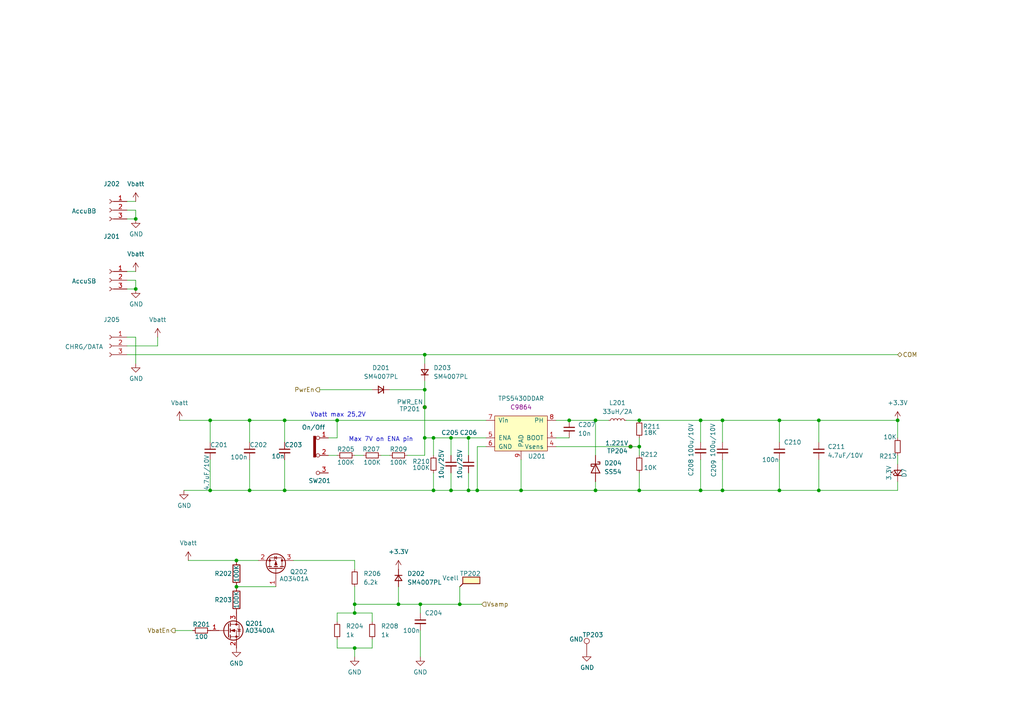
<source format=kicad_sch>
(kicad_sch (version 20241209) (generator "eeschema") (generator_version "9.0")
  (paper "A4")
  (lib_symbols
    (symbol "+3.3V_1" (power) (pin_numbers (hide yes)) (pin_names (offset 0) (hide yes))
      (property "Value" "+3.3V" (at 0 3.556 0))
      (symbol "+3.3V_1_0_1"
        (polyline (pts (xy -0.762 1.27) (xy 0 2.54)))
        (polyline (pts (xy 0 2.54) (xy 0.762 1.27)))
        (polyline (pts (xy 0 0) (xy 0 2.54)))
      )
      (symbol "+3.3V_1_1_1"
        (pin power_in line (at 0 0 90) (length 0) (name "~") (number "1"))
      )
    )
    (symbol "Connector:Conn_01x03_Socket" (pin_names (offset 1.016) (hide yes))
      (property "Reference" "J" (at 0 5.08 0))
      (property "Value" "Conn_01x03_Socket" (at 0 -5.08 0))
      (symbol "Conn_01x03_Socket_1_1"
        (polyline (pts (xy -1.27 2.54) (xy -0.508 2.54)) (stroke (width 0.1524)))
        (polyline (pts (xy -1.27 0) (xy -0.508 0)) (stroke (width 0.1524)))
        (polyline (pts (xy -1.27 -2.54) (xy -0.508 -2.54)) (stroke (width 0.1524)))
        (arc (start 0 2.032) (mid -0.5058 2.54) (end 0 3.048) (stroke (width 0.1524)))
        (arc (start 0 -0.508) (mid -0.5058 0) (end 0 0.508) (stroke (width 0.1524)))
        (arc (start 0 -3.048) (mid -0.5058 -2.54) (end 0 -2.032) (stroke (width 0.1524)))
        (pin passive line (at -5.08 2.54 0) (length 3.81) (name "Pin_1") (number "1"))
        (pin passive line (at -5.08 0 0) (length 3.81) (name "Pin_2") (number "2"))
        (pin passive line (at -5.08 -2.54 0) (length 3.81) (name "Pin_3") (number "3"))
      )
    )
    (symbol "Connector:TestPoint" (pin_numbers (hide yes)) (pin_names (offset 0.762) (hide yes))
      (property "Reference" "TP" (at 0 6.858 0))
      (property "Value" "TestPoint" (at 0 5.08 0))
      (symbol "TestPoint_0_1"
        (circle (center 0 3.302) (radius 0.762))
      )
      (symbol "TestPoint_1_1"
        (pin passive line (at 0 0 90) (length 2.54) (name "1") (number "1"))
      )
    )
    (symbol "Connector:TestPoint_Flag" (pin_numbers (hide yes)) (pin_names (offset 0.762) (hide yes))
      (property "Reference" "TP" (at 3.429 1.778 0))
      (property "Value" "TestPoint_Flag" (at 3.302 4.191 0))
      (symbol "TestPoint_Flag_0_1"
        (polyline (pts (xy 0 0) (xy 0.889 0.889)) (stroke (width 0.254)))
        (rectangle (start 0.889 2.794) (end 5.842 0.889) (stroke (width 0.254)) (fill (type background)))
      )
      (symbol "TestPoint_Flag_1_1"
        (pin passive line (at 0 0 90) (length 0) (name "1") (number "1"))
      )
    )
    (symbol "Connector:TestPoint_Small" (pin_numbers (hide yes)) (pin_names (offset 0.762) (hide yes))
      (property "Reference" "TP" (at 0 3.81 0))
      (property "Value" "TestPoint_Small" (at 0 2.032 0))
      (symbol "TestPoint_Small_0_1"
        (circle (center 0 0) (radius 0.508))
      )
      (symbol "TestPoint_Small_1_1"
        (pin passive line (at 0 0 90) (length 0) (name "1") (number "1"))
      )
    )
    (symbol "Device:C_Small" (pin_numbers (hide yes)) (pin_names (offset 0.254) (hide yes))
      (property "Reference" "C" (at 0.254 1.778 0))
      (property "Value" "C_Small" (at 0.254 -2.032 0))
      (symbol "C_Small_0_1"
        (polyline (pts (xy -1.524 0.508) (xy 1.524 0.508)) (stroke (width 0.3048)))
        (polyline (pts (xy -1.524 -0.508) (xy 1.524 -0.508)) (stroke (width 0.3302)))
      )
      (symbol "C_Small_1_1"
        (pin passive line (at 0 2.54 270) (length 2.032) (name "~") (number "1"))
        (pin passive line (at 0 -2.54 90) (length 2.032) (name "~") (number "2"))
      )
    )
    (symbol "Device:D_Schottky" (pin_numbers (hide yes)) (pin_names (offset 1.016) (hide yes))
      (property "Reference" "D" (at 0 2.54 0))
      (property "Value" "D_Schottky" (at 0 -2.54 0))
      (symbol "D_Schottky_0_1"
        (polyline (pts (xy -1.905 0.635) (xy -1.905 1.27) (xy -1.27 1.27) (xy -1.27 -1.27) (xy -0.635 -1.27) (xy -0.635 -0.635)) (stroke (width 0.254)))
        (polyline (pts (xy 1.27 1.27) (xy 1.27 -1.27) (xy -1.27 0) (xy 1.27 1.27)) (stroke (width 0.254)))
        (polyline (pts (xy 1.27 0) (xy -1.27 0)))
      )
      (symbol "D_Schottky_1_1"
        (pin passive line (at -3.81 0 0) (length 2.54) (name "K") (number "1"))
        (pin passive line (at 3.81 0 180) (length 2.54) (name "A") (number "2"))
      )
    )
    (symbol "Device:D_Small" (pin_numbers (hide yes)) (pin_names (offset 0.254) (hide yes))
      (property "Reference" "D" (at -1.27 2.032 0))
      (property "Value" "D_Small" (at -3.81 -2.032 0))
      (symbol "D_Small_0_1"
        (polyline (pts (xy -0.762 0) (xy 0.762 0)))
        (polyline (pts (xy -0.762 -1.016) (xy -0.762 1.016)) (stroke (width 0.254)))
        (polyline (pts (xy 0.762 -1.016) (xy -0.762 0) (xy 0.762 1.016) (xy 0.762 -1.016)) (stroke (width 0.254)))
      )
      (symbol "D_Small_1_1"
        (pin passive line (at -2.54 0 0) (length 1.778) (name "K") (number "1"))
        (pin passive line (at 2.54 0 180) (length 1.778) (name "A") (number "2"))
      )
    )
    (symbol "Device:LED_Small" (pin_numbers (hide yes)) (pin_names (offset 0.254) (hide yes))
      (property "Reference" "D" (at -1.27 3.175 0))
      (property "Value" "LED_Small" (at -4.445 -2.54 0))
      (symbol "LED_Small_0_1"
        (polyline (pts (xy -0.762 -1.016) (xy -0.762 1.016)) (stroke (width 0.254)))
        (polyline (pts (xy 0 0.762) (xy -0.508 1.27) (xy -0.254 1.27) (xy -0.508 1.27) (xy -0.508 1.016)))
        (polyline (pts (xy 0.508 1.27) (xy 0 1.778) (xy 0.254 1.778) (xy 0 1.778) (xy 0 1.524)))
        (polyline (pts (xy 0.762 -1.016) (xy -0.762 0) (xy 0.762 1.016) (xy 0.762 -1.016)) (stroke (width 0.254)))
        (polyline (pts (xy 1.016 0) (xy -0.762 0)))
      )
      (symbol "LED_Small_1_1"
        (pin passive line (at -2.54 0 0) (length 1.778) (name "K") (number "1"))
        (pin passive line (at 2.54 0 180) (length 1.778) (name "A") (number "2"))
      )
    )
    (symbol "Device:L_Small" (pin_numbers (hide yes)) (pin_names (offset 0.254) (hide yes))
      (property "Reference" "L" (at 0.762 1.016 0))
      (property "Value" "L_Small" (at 0.762 -1.016 0))
      (symbol "L_Small_0_1"
        (arc (start 0 2.032) (mid 0.5058 1.524) (end 0 1.016))
        (arc (start 0 1.016) (mid 0.5058 0.508) (end 0 0))
        (arc (start 0 0) (mid 0.5058 -0.508) (end 0 -1.016))
        (arc (start 0 -1.016) (mid 0.5058 -1.524) (end 0 -2.032))
      )
      (symbol "L_Small_1_1"
        (pin passive line (at 0 2.54 270) (length 0.508) (name "~") (number "1"))
        (pin passive line (at 0 -2.54 90) (length 0.508) (name "~") (number "2"))
      )
    )
    (symbol "Device:R" (pin_numbers (hide yes)) (pin_names (offset 0))
      (property "Reference" "R" (at 2.032 0 90))
      (property "Value" "R" (at 0 0 90))
      (symbol "R_0_1"
        (rectangle (start -1.016 -2.54) (end 1.016 2.54) (stroke (width 0.254)))
      )
      (symbol "R_1_1"
        (pin passive line (at 0 3.81 270) (length 1.27) (name "~") (number "1"))
        (pin passive line (at 0 -3.81 90) (length 1.27) (name "~") (number "2"))
      )
    )
    (symbol "Device:R_Small" (pin_numbers (hide yes)) (pin_names (offset 0.254) (hide yes))
      (property "Reference" "R" (at 0.762 0.508 0))
      (property "Value" "R_Small" (at 0.762 -1.016 0))
      (symbol "R_Small_0_1"
        (rectangle (start -0.762 1.778) (end 0.762 -1.778) (stroke (width 0.2032)))
      )
      (symbol "R_Small_1_1"
        (pin passive line (at 0 2.54 270) (length 0.762) (name "~") (number "1"))
        (pin passive line (at 0 -2.54 90) (length 0.762) (name "~") (number "2"))
      )
    )
    (symbol "NicE:SW_slide_SP"
      (property "Reference" "SW" (at 1.524 6.858 0))
      (property "Value" "?" (at 2.54 0 0))
      (symbol "SW_slide_SP_0_0"
        (circle (center 0.508 5.08) (radius 0.508))
        (circle (center 0.508 -5.08) (radius 0.508))
      )
      (symbol "SW_slide_SP_0_1"
        (circle (center 0.508 0) (radius 0.508))
      )
      (symbol "SW_slide_SP_1_1"
        (rectangle (start 1.143 5.588) (end 1.778 -0.508) (fill (type outline)))
        (pin passive line (at -2.54 5.08 0) (length 2.54) (name "") (number "1"))
        (pin passive line (at -2.54 0 0) (length 2.54) (name "") (number "2"))
        (pin passive line (at -2.54 -5.08 0) (length 2.54) (name "") (number "3"))
      )
    )
    (symbol "NicE:TPS5430DDAR" (pin_names (offset 1.016))
      (property "Reference" "U" (at -6.35 6.35 0))
      (property "Value" "TPS5430DDAR" (at 0 1.27 0))
      (property "LCSC" "C9864" (at 0 0 0))
      (symbol "TPS5430DDAR_0_1"
        (rectangle (start 7.62 -5.08) (end -7.62 5.08) (fill (type background)))
      )
      (symbol "TPS5430DDAR_1_1"
        (pin power_in line (at -10.16 3.81 0) (length 2.54) (name "Vin") (number "7"))
        (pin input line (at -10.16 -1.27 0) (length 2.54) (name "ENA") (number "5"))
        (pin passive line (at -10.16 -3.81 0) (length 2.54) (name "GND") (number "6"))
        (pin passive line (at 0 -7.62 90) (length 2.54) (name "PAD") (number "9"))
        (pin no_connect line (at 1.27 -7.62 0) (length 2.54) (hide yes) (name "NC") (number "2"))
        (pin no_connect line (at 1.27 -10.16 0) (length 2.54) (hide yes) (name "NC") (number "3"))
        (pin power_out line (at 10.16 3.81 180) (length 2.54) (name "PH") (number "8"))
        (pin input line (at 10.16 -1.27 180) (length 2.54) (name "BOOT") (number "1"))
        (pin input line (at 10.16 -3.81 180) (length 2.54) (name "Vsens") (number "4"))
      )
    )
    (symbol "Transistor_FET:2N7002" (pin_names (hide yes))
      (property "Reference" "Q" (at 5.08 1.905 0))
      (property "Value" "2N7002" (at 5.08 0 0))
      (symbol "2N7002_0_1"
        (polyline (pts (xy 0.254 1.905) (xy 0.254 -1.905)) (stroke (width 0.254)))
        (polyline (pts (xy 0.254 0) (xy -2.54 0)))
        (polyline (pts (xy 0.762 2.286) (xy 0.762 1.27)) (stroke (width 0.254)))
        (polyline (pts (xy 0.762 0.508) (xy 0.762 -0.508)) (stroke (width 0.254)))
        (polyline (pts (xy 0.762 -1.27) (xy 0.762 -2.286)) (stroke (width 0.254)))
        (polyline (pts (xy 0.762 -1.778) (xy 3.302 -1.778) (xy 3.302 1.778) (xy 0.762 1.778)))
        (polyline (pts (xy 1.016 0) (xy 2.032 0.381) (xy 2.032 -0.381) (xy 1.016 0)) (fill (type outline)))
        (circle (center 1.651 0) (radius 2.794) (stroke (width 0.254)))
        (polyline (pts (xy 2.54 2.54) (xy 2.54 1.778)))
        (circle (center 2.54 1.778) (radius 0.254) (fill (type outline)))
        (circle (center 2.54 -1.778) (radius 0.254) (fill (type outline)))
        (polyline (pts (xy 2.54 -2.54) (xy 2.54 0) (xy 0.762 0)))
        (polyline (pts (xy 2.794 0.508) (xy 2.921 0.381) (xy 3.683 0.381) (xy 3.81 0.254)))
        (polyline (pts (xy 3.302 0.381) (xy 2.921 -0.254) (xy 3.683 -0.254) (xy 3.302 0.381)))
      )
      (symbol "2N7002_1_1"
        (pin input line (at -5.08 0 0) (length 2.54) (name "G") (number "1"))
        (pin passive line (at 2.54 5.08 270) (length 2.54) (name "D") (number "3"))
        (pin passive line (at 2.54 -5.08 90) (length 2.54) (name "S") (number "2"))
      )
    )
    (symbol "Transistor_FET:AO3401A" (pin_names (hide yes))
      (property "Reference" "Q" (at 5.08 1.905 0))
      (property "Value" "AO3401A" (at 5.08 0 0))
      (symbol "AO3401A_0_1"
        (polyline (pts (xy 0.254 1.905) (xy 0.254 -1.905)) (stroke (width 0.254)))
        (polyline (pts (xy 0.254 0) (xy -2.54 0)))
        (polyline (pts (xy 0.762 2.286) (xy 0.762 1.27)) (stroke (width 0.254)))
        (polyline (pts (xy 0.762 1.778) (xy 3.302 1.778) (xy 3.302 -1.778) (xy 0.762 -1.778)))
        (polyline (pts (xy 0.762 0.508) (xy 0.762 -0.508)) (stroke (width 0.254)))
        (polyline (pts (xy 0.762 -1.27) (xy 0.762 -2.286)) (stroke (width 0.254)))
        (circle (center 1.651 0) (radius 2.794) (stroke (width 0.254)))
        (polyline (pts (xy 2.286 0) (xy 1.27 0.381) (xy 1.27 -0.381) (xy 2.286 0)) (fill (type outline)))
        (polyline (pts (xy 2.54 2.54) (xy 2.54 1.778)))
        (circle (center 2.54 1.778) (radius 0.254) (fill (type outline)))
        (circle (center 2.54 -1.778) (radius 0.254) (fill (type outline)))
        (polyline (pts (xy 2.54 -2.54) (xy 2.54 0) (xy 0.762 0)))
        (polyline (pts (xy 2.794 -0.508) (xy 2.921 -0.381) (xy 3.683 -0.381) (xy 3.81 -0.254)))
        (polyline (pts (xy 3.302 -0.381) (xy 2.921 0.254) (xy 3.683 0.254) (xy 3.302 -0.381)))
      )
      (symbol "AO3401A_1_1"
        (pin input line (at -5.08 0 0) (length 2.54) (name "G") (number "1"))
        (pin passive line (at 2.54 5.08 270) (length 2.54) (name "D") (number "3"))
        (pin passive line (at 2.54 -5.08 90) (length 2.54) (name "S") (number "2"))
      )
    )
    (symbol "power:+3.3V" (power) (pin_names (offset 0))
      (property "Value" "+3.3V" (at 0 3.556 0))
      (symbol "+3.3V_0_1"
        (polyline (pts (xy -0.762 1.27) (xy 0 2.54)))
        (polyline (pts (xy 0 2.54) (xy 0.762 1.27)))
        (polyline (pts (xy 0 0) (xy 0 2.54)))
      )
      (symbol "+3.3V_1_1"
        (pin power_in line (at 0 0 90) (length 0) (hide yes) (name "+3.3V") (number "1"))
      )
    )
    (symbol "power:GND" (power) (pin_names (offset 0))
      (property "Value" "GND" (at 0 -3.81 0))
      (symbol "GND_0_1"
        (polyline (pts (xy 0 0) (xy 0 -1.27) (xy 1.27 -1.27) (xy 0 -2.54) (xy -1.27 -1.27) (xy 0 -1.27)))
      )
      (symbol "GND_1_1"
        (pin power_in line (at 0 0 270) (length 0) (hide yes) (name "GND") (number "1"))
      )
    )
  )
  (text "Vbatt max 25,2V" (at 98.044 120.396 0) (effects (font (size 1.27 1.27))))
  (text "Max 7V on ENA pin" (at 110.49 127.508 0) (effects (font (size 1.27 1.27))))
  (junction (at 39.37 63.5))
  (junction (at 60.96 121.92))
  (junction (at 138.43 142.24))
  (junction (at 130.81 142.24))
  (junction (at 165.1 121.92))
  (junction (at 130.81 127))
  (junction (at 151.13 142.24))
  (junction (at 125.73 127))
  (junction (at 185.42 142.24))
  (junction (at 172.72 142.24))
  (junction (at 68.58 170.18))
  (junction (at 226.06 121.92))
  (junction (at 135.89 142.24))
  (junction (at 237.49 121.92))
  (junction (at 115.57 175.26))
  (junction (at 172.72 121.92))
  (junction (at 260.35 121.92))
  (junction (at 237.49 142.24))
  (junction (at 125.73 142.24))
  (junction (at 60.96 142.24))
  (junction (at 133.35 175.26))
  (junction (at 82.55 121.92))
  (junction (at 185.42 121.92))
  (junction (at 203.2 121.92))
  (junction (at 209.55 121.92))
  (junction (at 39.37 83.82))
  (junction (at 123.19 113.03))
  (junction (at 68.58 162.56))
  (junction (at 226.06 142.24))
  (junction (at 209.55 142.24))
  (junction (at 72.39 121.92))
  (junction (at 102.87 175.26))
  (junction (at 72.39 142.24))
  (junction (at 135.89 127))
  (junction (at 102.87 177.8))
  (junction (at 121.92 175.26))
  (junction (at 123.19 127))
  (junction (at 102.87 187.96))
  (junction (at 185.42 129.54))
  (junction (at 123.19 102.87))
  (junction (at 203.2 142.24))
  (junction (at 97.79 121.92))
  (junction (at 182.88 129.54))
  (junction (at 123.19 118.11))
  (junction (at 82.55 142.24))
  (wire (pts (xy 165.1 121.92) (xy 161.29 121.92)))
  (wire (pts (xy 115.57 170.18) (xy 115.57 175.26)))
  (wire (pts (xy 209.55 121.92) (xy 209.55 128.27)))
  (wire (pts (xy 54.61 162.56) (xy 68.58 162.56)))
  (wire (pts (xy 135.89 137.16) (xy 135.89 142.24)))
  (wire (pts (xy 123.19 127) (xy 123.19 132.08)))
  (wire (pts (xy 102.87 187.96) (xy 102.87 190.5)))
  (wire (pts (xy 185.42 142.24) (xy 185.42 137.16)))
  (wire (pts (xy 36.83 100.33) (xy 45.72 100.33)))
  (wire (pts (xy 121.92 175.26) (xy 121.92 177.8)))
  (wire (pts (xy 121.92 175.26) (xy 133.35 175.26)))
  (wire (pts (xy 107.95 180.34) (xy 107.95 177.8)))
  (wire (pts (xy 118.11 132.08) (xy 123.19 132.08)))
  (wire (pts (xy 39.37 97.79) (xy 39.37 105.41)))
  (wire (pts (xy 185.42 129.54) (xy 185.42 132.08)))
  (wire (pts (xy 72.39 121.92) (xy 72.39 128.27)))
  (wire (pts (xy 209.55 142.24) (xy 226.06 142.24)))
  (wire (pts (xy 39.37 63.5) (xy 39.37 60.96)))
  (wire (pts (xy 226.06 121.92) (xy 226.06 128.27)))
  (wire (pts (xy 82.55 142.24) (xy 125.73 142.24)))
  (wire (pts (xy 36.83 102.87) (xy 123.19 102.87)))
  (wire (pts (xy 36.83 58.42) (xy 39.37 58.42)))
  (wire (pts (xy 82.55 121.92) (xy 97.79 121.92)))
  (wire (pts (xy 115.57 175.26) (xy 121.92 175.26)))
  (wire (pts (xy 209.55 121.92) (xy 226.06 121.92)))
  (wire (pts (xy 53.34 142.24) (xy 60.96 142.24)))
  (wire (pts (xy 237.49 121.92) (xy 237.49 128.27)))
  (wire (pts (xy 138.43 129.54) (xy 138.43 142.24)))
  (wire (pts (xy 36.83 63.5) (xy 39.37 63.5)))
  (wire (pts (xy 133.35 170.18) (xy 133.35 175.26)))
  (wire (pts (xy 135.89 132.08) (xy 135.89 127)))
  (wire (pts (xy 107.95 177.8) (xy 102.87 177.8)))
  (wire (pts (xy 102.87 162.56) (xy 102.87 165.1)))
  (wire (pts (xy 161.29 129.54) (xy 182.88 129.54)))
  (wire (pts (xy 123.19 110.49) (xy 123.19 113.03)))
  (wire (pts (xy 135.89 142.24) (xy 138.43 142.24)))
  (wire (pts (xy 130.81 127) (xy 130.81 132.08)))
  (wire (pts (xy 60.96 121.92) (xy 60.96 128.27)))
  (wire (pts (xy 172.72 142.24) (xy 185.42 142.24)))
  (wire (pts (xy 50.8 182.88) (xy 55.88 182.88)))
  (wire (pts (xy 102.87 175.26) (xy 115.57 175.26)))
  (wire (pts (xy 209.55 133.35) (xy 209.55 142.24)))
  (wire (pts (xy 260.35 121.92) (xy 260.35 127)))
  (wire (pts (xy 260.35 139.7) (xy 260.35 142.24)))
  (wire (pts (xy 82.55 121.92) (xy 82.55 128.27)))
  (wire (pts (xy 130.81 142.24) (xy 135.89 142.24)))
  (wire (pts (xy 102.87 132.08) (xy 105.41 132.08)))
  (wire (pts (xy 39.37 81.28) (xy 36.83 81.28)))
  (wire (pts (xy 72.39 142.24) (xy 82.55 142.24)))
  (wire (pts (xy 151.13 142.24) (xy 172.72 142.24)))
  (wire (pts (xy 68.58 170.18) (xy 80.01 170.18)))
  (wire (pts (xy 140.97 129.54) (xy 138.43 129.54)))
  (wire (pts (xy 36.83 83.82) (xy 39.37 83.82)))
  (wire (pts (xy 181.61 121.92) (xy 185.42 121.92)))
  (wire (pts (xy 102.87 175.26) (xy 102.87 177.8)))
  (wire (pts (xy 102.87 177.8) (xy 97.79 177.8)))
  (wire (pts (xy 260.35 142.24) (xy 237.49 142.24)))
  (wire (pts (xy 72.39 133.35) (xy 72.39 142.24)))
  (wire (pts (xy 102.87 170.18) (xy 102.87 175.26)))
  (wire (pts (xy 123.19 102.87) (xy 260.35 102.87)))
  (wire (pts (xy 39.37 83.82) (xy 39.37 81.28)))
  (wire (pts (xy 95.25 127) (xy 97.79 127)))
  (wire (pts (xy 110.49 132.08) (xy 113.03 132.08)))
  (wire (pts (xy 185.42 127) (xy 185.42 129.54)))
  (wire (pts (xy 102.87 187.96) (xy 107.95 187.96)))
  (wire (pts (xy 72.39 121.92) (xy 82.55 121.92)))
  (wire (pts (xy 97.79 185.42) (xy 97.79 187.96)))
  (wire (pts (xy 123.19 102.87) (xy 123.19 105.41)))
  (wire (pts (xy 130.81 137.16) (xy 130.81 142.24)))
  (wire (pts (xy 52.07 121.92) (xy 60.96 121.92)))
  (wire (pts (xy 123.19 118.11) (xy 123.19 127)))
  (wire (pts (xy 125.73 142.24) (xy 130.81 142.24)))
  (wire (pts (xy 260.35 132.08) (xy 260.35 134.62)))
  (wire (pts (xy 121.92 182.88) (xy 121.92 190.5)))
  (wire (pts (xy 113.03 113.03) (xy 123.19 113.03)))
  (wire (pts (xy 130.81 127) (xy 135.89 127)))
  (wire (pts (xy 60.96 142.24) (xy 72.39 142.24)))
  (wire (pts (xy 97.79 177.8) (xy 97.79 180.34)))
  (wire (pts (xy 85.09 162.56) (xy 102.87 162.56)))
  (wire (pts (xy 92.71 113.03) (xy 107.95 113.03)))
  (wire (pts (xy 125.73 137.16) (xy 125.73 142.24)))
  (wire (pts (xy 45.72 100.33) (xy 45.72 97.79)))
  (wire (pts (xy 138.43 142.24) (xy 151.13 142.24)))
  (wire (pts (xy 97.79 121.92) (xy 140.97 121.92)))
  (wire (pts (xy 60.96 121.92) (xy 72.39 121.92)))
  (wire (pts (xy 226.06 142.24) (xy 226.06 133.35)))
  (wire (pts (xy 36.83 97.79) (xy 39.37 97.79)))
  (wire (pts (xy 237.49 121.92) (xy 260.35 121.92)))
  (wire (pts (xy 185.42 142.24) (xy 203.2 142.24)))
  (wire (pts (xy 60.96 133.35) (xy 60.96 142.24)))
  (wire (pts (xy 102.87 187.96) (xy 97.79 187.96)))
  (wire (pts (xy 161.29 127) (xy 165.1 127)))
  (wire (pts (xy 123.19 127) (xy 125.73 127)))
  (wire (pts (xy 135.89 127) (xy 140.97 127)))
  (wire (pts (xy 203.2 142.24) (xy 209.55 142.24)))
  (wire (pts (xy 133.35 175.26) (xy 139.7 175.26)))
  (wire (pts (xy 82.55 133.35) (xy 82.55 142.24)))
  (wire (pts (xy 123.19 113.03) (xy 123.19 118.11)))
  (wire (pts (xy 68.58 162.56) (xy 74.93 162.56)))
  (wire (pts (xy 151.13 133.35) (xy 151.13 142.24)))
  (wire (pts (xy 172.72 132.08) (xy 172.72 121.92)))
  (wire (pts (xy 125.73 127) (xy 125.73 132.08)))
  (wire (pts (xy 39.37 60.96) (xy 36.83 60.96)))
  (wire (pts (xy 36.83 78.74) (xy 39.37 78.74)))
  (wire (pts (xy 130.81 127) (xy 125.73 127)))
  (wire (pts (xy 203.2 133.35) (xy 203.2 142.24)))
  (wire (pts (xy 182.88 129.54) (xy 185.42 129.54)))
  (wire (pts (xy 97.79 121.92) (xy 97.79 127)))
  (wire (pts (xy 172.72 121.92) (xy 176.53 121.92)))
  (wire (pts (xy 185.42 121.92) (xy 203.2 121.92)))
  (wire (pts (xy 172.72 139.7) (xy 172.72 142.24)))
  (wire (pts (xy 226.06 142.24) (xy 237.49 142.24)))
  (wire (pts (xy 237.49 133.35) (xy 237.49 142.24)))
  (wire (pts (xy 165.1 121.92) (xy 172.72 121.92)))
  (wire (pts (xy 226.06 121.92) (xy 237.49 121.92)))
  (wire (pts (xy 203.2 121.92) (xy 209.55 121.92)))
  (wire (pts (xy 95.25 132.08) (xy 97.79 132.08)))
  (wire (pts (xy 107.95 185.42) (xy 107.95 187.96)))
  (wire (pts (xy 203.2 121.92) (xy 203.2 128.27)))
  (hierarchical_label "PwrEn" (shape output) (at 92.71 113.03 180))
  (hierarchical_label "Vsamp" (shape input) (at 139.7 175.26 0))
  (hierarchical_label "VbatEn" (shape output) (at 50.8 182.88 180))
  (hierarchical_label "COM" (shape bidirectional) (at 260.35 102.87 0))
  (symbol (lib_id "Device:C_Small") (at 60.96 130.81 0) (unit 1)
    (property "Reference" "C201" (at 60.96 129.032 0) (effects (justify left)))
    (property "Value" "4.7uF/10V" (at 59.944 142.24 90) (effects (justify left)))
    (property "Footprint" "A_Device:C_1206_(1.6)" (effects (hide yes)))
    (property "Description" "Unpolarized capacitor, small symbol" (effects (hide yes)))
    (property "LCSC" "C29823" (effects (hide yes)))
  )
  (symbol (lib_id "Device:C_Small") (at 226.06 130.81 0) (unit 1)
    (property "Reference" "C210" (at 227.33 128.27 0) (effects (justify left)))
    (property "Value" "100n" (at 220.98 133.35 0) (effects (justify left)))
    (property "Footprint" "A_Device:C_0603" (effects (hide yes)))
    (property "LCSC" "C14663" (effects (hide yes)))
  )
  (symbol (lib_id "Device:R_Small") (at 185.42 134.62 0) (unit 1)
    (property "Reference" "R212" (at 185.674 131.826 0) (effects (justify left)))
    (property "Value" "10K" (at 186.69 135.636 0) (effects (justify left)))
    (property "Footprint" "A_Device:R_0603" (effects (hide yes)))
    (property "Description" "Resistor, small symbol" (effects (hide yes)))
    (property "LCSC" "C25804" (effects (hide yes)))
  )
  (symbol (lib_id "Device:D_Schottky") (at 172.72 135.89 270) (unit 1)
    (property "Reference" "D204" (at 175.26 134.3024 90) (effects (justify left)))
    (property "Value" "SS54" (at 175.26 136.8424 90) (effects (justify left)))
    (property "Footprint" "Diode_SMD:D_SMA" (effects (hide yes)))
    (property "Datasheet" "https://www.lcsc.com/datasheet/lcsc_datasheet_2407101107_MDD-Microdiode-Semiconductor-SS54_C22452.pdf" (effects (hide yes)))
    (property "Description" "Schottky diode" (effects (hide yes)))
    (property "LCSC" "C22452" (effects (hide yes)))
  )
  (symbol (lib_id "Device:C_Small") (at 203.2 130.81 0) (unit 1)
    (property "Reference" "C208" (at 200.406 138.176 90) (effects (justify left)))
    (property "Value" "100u/10V" (at 200.406 132.588 90) (effects (justify left)))
    (property "Footprint" "Capacitor_SMD:C_1210_3225Metric" (effects (hide yes)))
    (property "LCSC" "C23742" (effects (hide yes)))
  )
  (symbol (lib_id "Device:C_Small") (at 237.49 130.81 0) (unit 1)
    (property "Reference" "C211" (at 240.03 129.5462 0) (effects (justify left)))
    (property "Value" "4.7uF/10V" (at 240.03 132.0862 0) (effects (justify left)))
    (property "Footprint" "A_Device:C_1206_(1.6)" (effects (hide yes)))
    (property "Description" "Unpolarized capacitor, small symbol" (effects (hide yes)))
    (property "LCSC" "C29823" (effects (hide yes)))
  )
  (symbol (lib_id "Connector:Conn_01x03_Socket") (at 31.75 60.96 0) (mirror y) (unit 1)
    (property "Reference" "J202" (at 32.385 53.34 0))
    (property "Value" "AccuBB" (at 24.384 61.214 0))
    (property "Footprint" "Connector_Wire:SolderWire-0.75sqmm_1x03_P4.8mm_D1.25mm_OD2.3mm" (effects (hide yes)))
    (property "Description" "Generic connector, single row, 01x03, script generated" (effects (hide yes)))
  )
  (symbol (lib_id "Transistor_FET:2N7002") (at 66.04 182.88 0) (unit 1)
    (property "Reference" "Q201" (at 71.12 180.848 0) (effects (justify left)))
    (property "Value" "AO3400A" (at 71.12 182.88 0) (effects (justify left)))
    (property "Footprint" "Package_TO_SOT_SMD:SOT-23" (effects (hide yes)))
    (property "Datasheet" "https://wmsc.lcsc.com/wmsc/upload/file/pdf/v2/lcsc/1811081213_Alpha---Omega-Semicon-AO3400A_C20917.pdf" (effects (hide yes)))
    (property "Description" "5.7A Id, 30V Vds, N-Channel MOSFET, SOT-23" (effects (hide yes)))
    (property "LCSC" "C20917" (effects (hide yes)))
  )
  (symbol (lib_id "power:GND") (at 39.37 83.82 0) (unit 1)
    (property "Reference" "#PWR0213" (effects (hide yes)))
    (property "Value" "GND" (at 39.497 88.2142 0))
  )
  (symbol (lib_id "power:GND") (at 121.92 190.5 0) (unit 1)
    (property "Reference" "#PWR0209" (effects (hide yes)))
    (property "Value" "GND" (at 121.92 194.945 0))
  )
  (symbol (lib_id "Device:R_Small") (at 260.35 129.54 180) (unit 1)
    (property "Reference" "R213" (at 260.096 132.334 0) (effects (justify left)))
    (property "Value" "10K" (at 260.096 126.746 0) (effects (justify left)))
    (property "Footprint" "A_Device:R_0603" (effects (hide yes)))
    (property "Description" "Resistor, small symbol" (effects (hide yes)))
    (property "LCSC" "C25804" (effects (hide yes)))
  )
  (symbol (lib_id "Device:R_Small") (at 107.95 182.88 0) (unit 1)
    (property "Reference" "R208" (at 110.49 181.61 0) (effects (justify left)))
    (property "Value" "1k" (at 110.49 184.15 0) (effects (justify left)))
    (property "Footprint" "A_Device:R_0603" (effects (hide yes)))
    (property "LCSC" "C21190" (effects (hide yes)))
  )
  (symbol (lib_id "Device:R_Small") (at 185.42 124.46 0) (unit 1)
    (property "Reference" "R211" (at 186.436 123.698 0) (effects (justify left)))
    (property "Value" "18K" (at 186.69 125.476 0) (effects (justify left)))
    (property "Footprint" "A_Device:R_0603" (effects (hide yes)))
    (property "Description" "Resistor, small symbol" (effects (hide yes)))
    (property "LCSC" "C25810" (effects (hide yes)))
  )
  (symbol (lib_id "Device:R_Small") (at 100.33 132.08 90) (mirror x) (unit 1)
    (property "Reference" "R205" (at 102.87 130.302 90) (effects (justify left)))
    (property "Value" "100K" (at 102.87 134.112 90) (effects (justify left)))
    (property "Footprint" "A_Device:R_0603" (effects (hide yes)))
    (property "Description" "Resistor, small symbol" (effects (hide yes)))
    (property "LCSC" "C25804" (effects (hide yes)))
  )
  (symbol (lib_id "NicE:TPS5430DDAR") (at 151.13 125.73 0) (unit 1)
    (property "Reference" "U201" (at 155.702 132.334 0))
    (property "Value" "TPS5430DDAR" (at 151.13 115.57 0))
    (property "Footprint" "Package_SO:HTSOP-8-1EP_3.9x4.9mm_P1.27mm_EP2.4x3.2mm_ThermalVias" (effects (hide yes)))
    (property "Datasheet" "https://datasheet.lcsc.com/szlcsc/Texas-Instruments-TI-TPS5430DDAR_C9864.pdf" (effects (hide yes)))
    (property "Description" "Wide range step down converter 5.5V tot 36V" (effects (hide yes)))
    (property "LCSC" "C9864" (at 151.13 118.11 0))
  )
  (symbol (lib_id "power:GND") (at 53.34 142.24 0) (unit 1)
    (property "Reference" "#PWR0204" (effects (hide yes)))
    (property "Value" "GND" (at 53.467 146.6342 0))
  )
  (symbol (lib_id "Device:D_Small") (at 115.57 167.64 270) (unit 1)
    (property "Reference" "D202" (at 118.11 166.3699 90) (effects (justify left)))
    (property "Value" "SM4007PL" (at 118.11 168.9099 90) (effects (justify left)))
    (property "Footprint" "A_Device:D_SOD-123_2.85x1.8x1.3" (effects (hide yes)))
    (property "Sim.Device" "D" (effects (hide yes)))
    (property "Sim.Pins" "1=K 2=A" (effects (hide yes)))
    (property "LCSC" "C64898" (effects (hide yes)))
  )
  (symbol (lib_name "+3.3V_1") (lib_id "power:+3.3V") (at 52.07 121.92 0) (unit 1)
    (property "Reference" "#PWR0203" (effects (hide yes)))
    (property "Value" "Vbatt" (at 52.07 116.84 0))
    (property "Description" "Power symbol creates a global label with name \"+3.3V\"" (effects (hide yes)))
  )
  (symbol (lib_id "NicE:SW_slide_SP") (at 92.71 132.08 0) (mirror y) (unit 1)
    (property "Reference" "SW201" (at 92.71 139.446 0))
    (property "Value" "On/Off" (at 90.932 123.952 0))
    (property "Footprint" "A_Connector:SS-12D10L5" (effects (hide yes)))
    (property "LCSC" "C319012" (effects (hide yes)))
  )
  (symbol (lib_id "Device:C_Small") (at 82.55 130.81 0) (unit 1)
    (property "Reference" "C203" (at 82.55 129.032 0) (effects (justify left)))
    (property "Value" "10n" (at 78.74 132.334 0) (effects (justify left)))
    (property "Footprint" "A_Device:C_0603" (effects (hide yes)))
    (property "Description" "Unpolarized capacitor, small symbol" (effects (hide yes)))
    (property "LCSC" "C57112" (effects (hide yes)))
  )
  (symbol (lib_id "Device:R_Small") (at 102.87 167.64 0) (unit 1)
    (property "Reference" "R206" (at 105.41 166.37 0) (effects (justify left)))
    (property "Value" "6.2k" (at 105.41 168.91 0) (effects (justify left)))
    (property "Footprint" "A_Device:R_0603" (effects (hide yes)))
    (property "LCSC" "C25804" (effects (hide yes)))
  )
  (symbol (lib_id "power:GND") (at 68.58 187.96 0) (unit 1)
    (property "Reference" "#PWR0206" (effects (hide yes)))
    (property "Value" "GND" (at 68.58 192.405 0))
  )
  (symbol (lib_name "+3.3V_1") (lib_id "power:+3.3V") (at 45.72 97.79 0) (unit 1)
    (property "Reference" "#PWR0201" (effects (hide yes)))
    (property "Value" "Vbatt" (at 45.72 92.71 0))
    (property "Description" "Power symbol creates a global label with name \"+3.3V\"" (effects (hide yes)))
  )
  (symbol (lib_id "Device:R_Small") (at 107.95 132.08 90) (mirror x) (unit 1)
    (property "Reference" "R207" (at 110.236 130.302 90) (effects (justify left)))
    (property "Value" "100K" (at 110.49 134.112 90) (effects (justify left)))
    (property "Footprint" "A_Device:R_0603" (effects (hide yes)))
    (property "Description" "Resistor, small symbol" (effects (hide yes)))
    (property "LCSC" "C25804" (effects (hide yes)))
  )
  (symbol (lib_id "Device:C_Small") (at 209.55 130.81 0) (unit 1)
    (property "Reference" "C209" (at 207.01 138.43 90) (effects (justify left)))
    (property "Value" "100u/10V" (at 206.756 132.588 90) (effects (justify left)))
    (property "Footprint" "Capacitor_SMD:C_1210_3225Metric" (effects (hide yes)))
    (property "LCSC" "C23742" (effects (hide yes)))
  )
  (symbol (lib_name "+3.3V_1") (lib_id "power:+3.3V") (at 260.35 121.92 0) (unit 1)
    (property "Reference" "#PWR0211" (effects (hide yes)))
    (property "Value" "+3.3V" (at 260.35 116.84 0))
    (property "Description" "Power symbol creates a global label with name \"+3.3V\"" (effects (hide yes)))
  )
  (symbol (lib_name "+3.3V_1") (lib_id "power:+3.3V") (at 39.37 58.42 0) (unit 1)
    (property "Reference" "#PWR0214" (effects (hide yes)))
    (property "Value" "Vbatt" (at 39.37 53.34 0))
    (property "Description" "Power symbol creates a global label with name \"+3.3V\"" (effects (hide yes)))
  )
  (symbol (lib_id "Connector:Conn_01x03_Socket") (at 31.75 81.28 0) (mirror y) (unit 1)
    (property "Reference" "J201" (at 32.385 68.58 0))
    (property "Value" "AccuSB" (at 24.384 81.534 0))
    (property "Footprint" "Connector_Wire:SolderWire-0.75sqmm_1x03_P4.8mm_D1.25mm_OD2.3mm" (effects (hide yes)))
    (property "Description" "Generic connector, single row, 01x03, script generated" (effects (hide yes)))
  )
  (symbol (lib_id "Device:R_Small") (at 97.79 182.88 0) (unit 1)
    (property "Reference" "R204" (at 100.33 181.61 0) (effects (justify left)))
    (property "Value" "1k" (at 100.33 184.15 0) (effects (justify left)))
    (property "Footprint" "A_Device:R_0603" (effects (hide yes)))
    (property "LCSC" "C21190" (effects (hide yes)))
  )
  (symbol (lib_id "Transistor_FET:AO3401A") (at 80.01 165.1 270) (mirror x) (unit 1)
    (property "Reference" "Q202" (at 84.074 165.862 90) (effects (justify left)))
    (property "Value" "AO3401A" (at 81.026 167.894 90) (effects (justify left)))
    (property "Footprint" "Package_TO_SOT_SMD:SOT-23" (effects (hide yes)))
    (property "Datasheet" "http://www.aosmd.com/pdfs/datasheet/AO3401A.pdf" (effects (hide yes)))
    (property "Description" "-4.0A Id, -30V Vds, P-Channel MOSFET, SOT-23" (effects (hide yes)))
    (property "LCSC" "C15127" (effects (hide yes)))
  )
  (symbol (lib_id "Device:R_Small") (at 58.42 182.88 270) (unit 1)
    (property "Reference" "R201" (at 58.42 181.102 90))
    (property "Value" "100" (at 58.42 184.658 90))
    (property "Footprint" "A_Device:R_0603" (effects (hide yes)))
    (property "Description" "Resistor, small symbol" (effects (hide yes)))
    (property "LCSC" "C22775" (effects (hide yes)))
  )
  (symbol (lib_id "power:GND") (at 170.18 189.23 0) (unit 1)
    (property "Reference" "#PWR0210" (effects (hide yes)))
    (property "Value" "GND" (at 170.307 193.6242 0))
    (instances (project "Smartbox4.0_V1.3" (path "" (reference "#PWR07") (unit 1))) (project "Robuoy-Sub" (path "" (reference "#PWR0210") (unit 1))))
  )
  (symbol (lib_id "power:+3.3V") (at 115.57 165.1 0) (unit 1)
    (property "Reference" "#PWR0208" (effects (hide yes)))
    (property "Value" "+3.3V" (at 115.57 160.02 0))
  )
  (symbol (lib_id "Device:R") (at 68.58 166.37 180) (unit 1)
    (property "Reference" "R202" (at 67.31 166.37 0) (effects (justify left)))
    (property "Value" "100K" (at 68.58 166.37 90))
    (property "Footprint" "A_Device:R_0603" (effects (hide yes)))
    (property "Farnell" "2331736" (effects (hide yes)))
    (property "MF" "TE CONNECTIVITY" (effects (hide yes)))
    (property "MFN" "CRGH0603F10K" (effects (hide yes)))
    (property "LCSC" "C25804" (effects (hide yes)))
  )
  (symbol (lib_id "Connector:TestPoint_Flag") (at 133.35 170.18 0) (unit 1) (in_bom no)
    (property "Reference" "TP202" (at 133.35 166.37 0) (effects (justify left)))
    (property "Value" "Vcell" (at 128.27 167.64 0) (effects (justify left)))
    (property "Footprint" "A_Pads_Pins:Testpad_1" (effects (hide yes)))
  )
  (symbol (lib_id "Device:C_Small") (at 121.92 180.34 0) (unit 1)
    (property "Reference" "C204" (at 123.19 177.8 0) (effects (justify left)))
    (property "Value" "100n" (at 116.84 182.88 0) (effects (justify left)))
    (property "Footprint" "A_Device:C_0603" (effects (hide yes)))
    (property "LCSC" "C14663" (effects (hide yes)))
  )
  (symbol (lib_id "Device:LED_Small") (at 260.35 137.16 90) (unit 1)
    (property "Reference" "D205" (at 262.255 137.16 0))
    (property "Value" "3.3V" (at 257.81 137.16 0))
    (property "Footprint" "A_Passive:LED_0805" (effects (hide yes)))
    (property "Datasheet" "https://datasheet.lcsc.com/szlcsc/Hubei-KENTO-Elec-KT-0603R_C2286.pdf" (effects (hide yes)))
    (property "LCSC" "C2297" (effects (hide yes)))
    (instances (project "NIKOLA-02-E-001_PCAScannerController_R1" (path "" (reference "D7") (unit 1))) (project "Robuoy-Sub" (path "" (reference "D205") (unit 1))))
  )
  (symbol (lib_id "Device:R_Small") (at 125.73 134.62 0) (mirror y) (unit 1)
    (property "Reference" "R210" (at 124.714 133.858 0) (effects (justify left)))
    (property "Value" "100K" (at 124.714 135.636 0) (effects (justify left)))
    (property "Footprint" "A_Device:R_0603" (effects (hide yes)))
    (property "Description" "Resistor, small symbol" (effects (hide yes)))
    (property "LCSC" "C25804" (effects (hide yes)))
  )
  (symbol (lib_id "Connector:TestPoint_Small") (at 123.19 118.11 0) (unit 1) (in_bom no)
    (property "Reference" "TP201" (at 115.824 118.618 0) (effects (justify left)))
    (property "Value" "PWR_EN" (at 115.062 116.586 0) (effects (justify left)))
    (property "Footprint" "A_Pads_Pins:Testpad_1" (effects (hide yes)))
    (property "Description" "test point" (effects (hide yes)))
  )
  (symbol (lib_id "Device:D_Small") (at 123.19 107.95 90) (unit 1)
    (property "Reference" "D203" (at 125.73 106.6799 90) (effects (justify right)))
    (property "Value" "SM4007PL" (at 125.73 109.2199 90) (effects (justify right)))
    (property "Footprint" "A_Device:D_SOD-123_2.85x1.8x1.3" (effects (hide yes)))
    (property "Sim.Device" "D" (effects (hide yes)))
    (property "Sim.Pins" "1=K 2=A" (effects (hide yes)))
    (property "LCSC" "C64898" (effects (hide yes)))
  )
  (symbol (lib_id "Connector:TestPoint_Small") (at 182.88 129.54 0) (unit 1) (in_bom no)
    (property "Reference" "TP204" (at 176.022 130.81 0) (effects (justify left)))
    (property "Value" "1.221V" (at 175.514 128.524 0) (effects (justify left)))
    (property "Footprint" "A_Pads_Pins:Testpad_1" (effects (hide yes)))
    (property "Description" "test point" (effects (hide yes)))
  )
  (symbol (lib_id "Device:D_Small") (at 110.49 113.03 180) (unit 1)
    (property "Reference" "D201" (at 110.49 106.68 0))
    (property "Value" "SM4007PL" (at 110.49 109.22 0))
    (property "Footprint" "A_Device:D_SOD-123_2.85x1.8x1.3" (effects (hide yes)))
    (property "Sim.Device" "D" (effects (hide yes)))
    (property "Sim.Pins" "1=K 2=A" (effects (hide yes)))
    (property "LCSC" "C64898" (effects (hide yes)))
  )
  (symbol (lib_id "power:GND") (at 102.87 190.5 0) (unit 1)
    (property "Reference" "#PWR0207" (effects (hide yes)))
    (property "Value" "GND" (at 102.87 194.945 0))
  )
  (symbol (lib_id "Connector:Conn_01x03_Socket") (at 31.75 100.33 0) (mirror y) (unit 1)
    (property "Reference" "J205" (at 32.385 92.71 0))
    (property "Value" "CHRG/DATA" (at 24.384 100.584 0))
    (property "Footprint" "Connector_Wire:SolderWire-0.75sqmm_1x03_P4.8mm_D1.25mm_OD2.3mm" (effects (hide yes)))
    (property "Description" "Generic connector, single row, 01x03, script generated" (effects (hide yes)))
  )
  (symbol (lib_name "+3.3V_1") (lib_id "power:+3.3V") (at 39.37 78.74 0) (unit 1)
    (property "Reference" "#PWR0212" (effects (hide yes)))
    (property "Value" "Vbatt" (at 39.37 73.66 0))
    (property "Description" "Power symbol creates a global label with name \"+3.3V\"" (effects (hide yes)))
  )
  (symbol (lib_id "Device:C_Small") (at 165.1 124.46 0) (unit 1)
    (property "Reference" "C207" (at 167.64 123.1962 0) (effects (justify left)))
    (property "Value" "10n" (at 167.64 125.7362 0) (effects (justify left)))
    (property "Footprint" "A_Device:C_0603" (effects (hide yes)))
    (property "Description" "Unpolarized capacitor, small symbol" (effects (hide yes)))
    (property "LCSC" "C57112" (effects (hide yes)))
  )
  (symbol (lib_id "Device:C_Small") (at 72.39 130.81 0) (unit 1)
    (property "Reference" "C202" (at 72.39 129.032 0) (effects (justify left)))
    (property "Value" "100n" (at 66.802 132.588 0) (effects (justify left)))
    (property "Footprint" "A_Device:C_0603" (effects (hide yes)))
    (property "LCSC" "C14663" (effects (hide yes)))
  )
  (symbol (lib_id "Device:R") (at 68.58 173.99 180) (unit 1)
    (property "Reference" "R203" (at 67.31 173.99 0) (effects (justify left)))
    (property "Value" "100K" (at 68.58 173.99 90))
    (property "Footprint" "A_Device:R_0603" (effects (hide yes)))
    (property "Farnell" "2331736" (effects (hide yes)))
    (property "MF" "TE CONNECTIVITY" (effects (hide yes)))
    (property "MFN" "CRGH0603F10K" (effects (hide yes)))
    (property "LCSC" "C25804" (effects (hide yes)))
  )
  (symbol (lib_id "Device:C_Small") (at 130.81 134.62 0) (mirror y) (unit 1)
    (property "Reference" "C205" (at 133.096 125.476 0) (effects (justify left)))
    (property "Value" "10u/25V" (at 128.016 138.938 90) (effects (justify left)))
    (property "Footprint" "A_Device:C_0805" (effects (hide yes)))
    (property "LCSC" "C15850" (effects (hide yes)))
  )
  (symbol (lib_id "Device:R_Small") (at 115.57 132.08 270) (mirror x) (unit 1)
    (property "Reference" "R209" (at 113.03 130.302 90) (effects (justify left)))
    (property "Value" "100K" (at 113.03 134.112 90) (effects (justify left)))
    (property "Footprint" "A_Device:R_0603" (effects (hide yes)))
    (property "Description" "Resistor, small symbol" (effects (hide yes)))
    (property "LCSC" "C25804" (effects (hide yes)))
  )
  (symbol (lib_id "power:GND") (at 39.37 63.5 0) (unit 1)
    (property "Reference" "#PWR0215" (effects (hide yes)))
    (property "Value" "GND" (at 39.497 67.8942 0))
  )
  (symbol (lib_name "+3.3V_1") (lib_id "power:+3.3V") (at 54.61 162.56 0) (unit 1)
    (property "Reference" "#PWR0205" (effects (hide yes)))
    (property "Value" "Vbatt" (at 54.61 157.48 0))
    (property "Description" "Power symbol creates a global label with name \"+3.3V\"" (effects (hide yes)))
  )
  (symbol (lib_id "Device:L_Small") (at 179.07 121.92 90) (unit 1)
    (property "Reference" "L201" (at 179.07 116.84 90))
    (property "Value" "33uH/2A" (at 179.07 119.38 90))
    (property "Footprint" "A_Device:L_6.6x7.0mm" (effects (hide yes)))
    (property "Datasheet" "https://wmsc.lcsc.com/wmsc/upload/file/pdf/v2/lcsc/2306021632_cjiang--Changjiang-Microelectronics-Tech-FTC252012S100MBCA_C5832376.pdf" (effects (hide yes)))
    (property "Description" "Inductor, small symbol" (effects (hide yes)))
    (property "LCSC" "C177245" (effects (hide yes)))
  )
  (symbol (lib_id "Device:C_Small") (at 135.89 134.62 0) (mirror y) (unit 1)
    (property "Reference" "C206" (at 138.43 125.476 0) (effects (justify left)))
    (property "Value" "10u/25V" (at 133.35 138.938 90) (effects (justify left)))
    (property "Footprint" "A_Device:C_0805" (effects (hide yes)))
    (property "LCSC" "C15850" (effects (hide yes)))
  )
  (symbol (lib_id "Connector:TestPoint") (at 170.18 189.23 0) (unit 1) (in_bom no)
    (property "Reference" "TP203" (at 168.91 184.15 0) (effects (justify left)))
    (property "Value" "GND" (at 165.1 185.42 0) (effects (justify left)))
    (property "Footprint" "TestPoint:TestPoint_Loop_D2.54mm_Drill1.5mm_Beaded" (effects (hide yes)))
    (property "Farnell" "-" (effects (hide yes)))
  )
  (symbol (lib_id "power:GND") (at 39.37 105.41 0) (unit 1)
    (property "Reference" "#PWR0202" (effects (hide yes)))
    (property "Value" "GND" (at 39.497 109.8042 0))
  )
)
</source>
